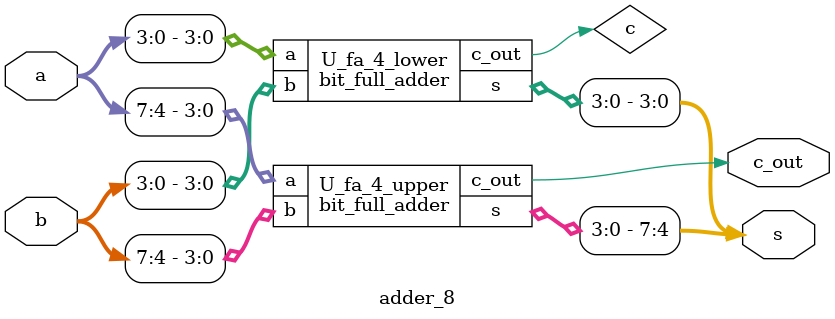
<source format=v>

module bit_full_adder(
    input [3:0] a,b,
    input c_in,
    output [3:0] s,
    output c_out
);
    
    wire c1, c2, c3;
    full_adder U0( .a(a[0]), .b(b[0]), .c_in(c_in), .s(s[0]), .c_out(c1));
    full_adder U1( .a(a[1]), .b(b[1]), .c_in(c1), .s(s[1]), .c_out(c2));
    full_adder U2( .a(a[2]), .b(b[2]), .c_in(c2), .s(s[2]), .c_out(c3));
    full_adder U3( .a(a[3]), .b(b[3]), .c_in(c3), .s(s[3]), .c_out(c_out));
       
endmodule



module adder_8(
    input [7:0] a, b,
    output [7:0] s,
    output c_out
);
    wire c;

    bit_full_adder U_fa_4_lower( .a(a[3:0]), .b(b[3:0]), .s(s[3:0]), .c_out(c));
    bit_full_adder U_fa_4_upper( .a(a[7:4]), .b(b[7:4]), .s(s[7:4]), .c_out(c_out));

endmodule  
</source>
